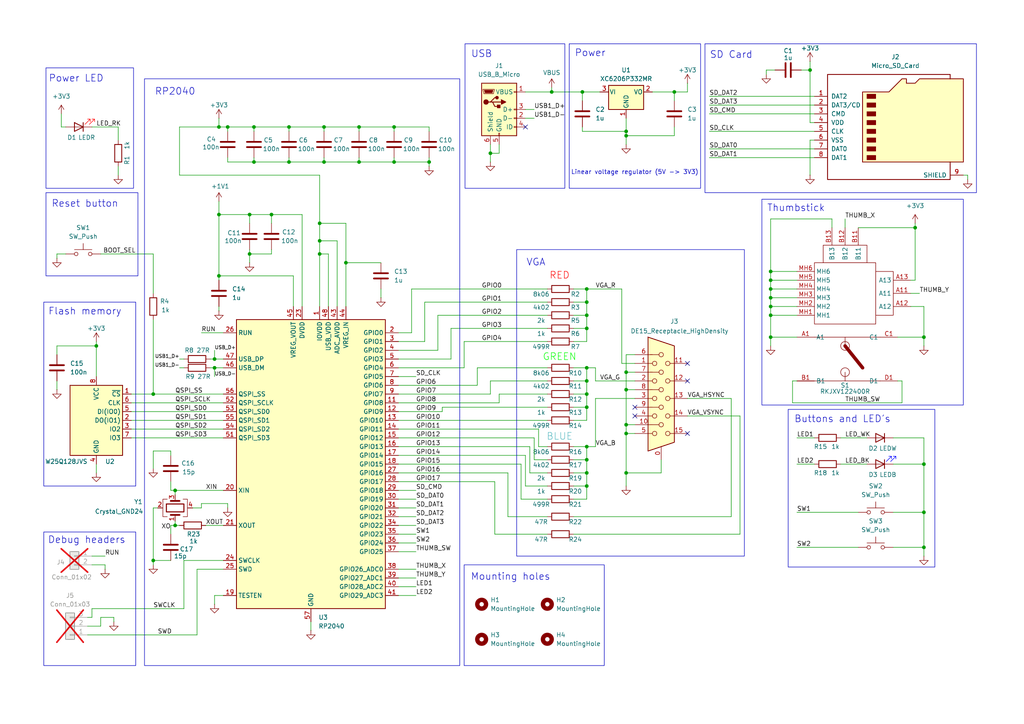
<source format=kicad_sch>
(kicad_sch (version 20231120) (generator "eeschema") (generator_version "8.0")
  (paper "A4")
  (junction (at 267.97 134.62))
  (junction (at 265.43 66.04))
  (junction (at 267.97 148.59))
  (junction (at 170.18 140.97))
  (junction (at 195.58 26.67))
  (junction (at 142.24 44.45))
  (junction (at 44.45 114.3))
  (junction (at 104.14 46.99))
  (junction (at 170.18 114.3))
  (junction (at 27.94 100.33))
  (junction (at 114.3 36.83))
  (junction (at 181.61 137.16))
  (junction (at 92.71 64.77))
  (junction (at 181.61 38.1))
  (junction (at 223.52 91.44))
  (junction (at 170.18 110.49))
  (junction (at 73.66 46.99))
  (junction (at 170.18 106.68))
  (junction (at 234.95 20.32))
  (junction (at 160.02 26.67))
  (junction (at 170.18 83.82))
  (junction (at 63.5 62.23))
  (junction (at 181.61 125.73))
  (junction (at 104.14 36.83))
  (junction (at 114.3 46.99))
  (junction (at 50.8 142.24))
  (junction (at 170.18 118.11))
  (junction (at 92.71 69.85))
  (junction (at 267.97 97.79))
  (junction (at 267.97 158.75))
  (junction (at 223.52 83.82))
  (junction (at 170.18 91.44))
  (junction (at 50.8 152.4))
  (junction (at 223.52 81.28))
  (junction (at 223.52 88.9))
  (junction (at 170.18 129.54))
  (junction (at 66.04 36.83))
  (junction (at 181.61 107.95))
  (junction (at 181.61 39.37))
  (junction (at 62.23 106.68))
  (junction (at 223.52 78.74))
  (junction (at 63.5 36.83))
  (junction (at 92.71 73.66))
  (junction (at 44.45 162.56))
  (junction (at 73.66 36.83))
  (junction (at 168.91 26.67))
  (junction (at 170.18 95.25))
  (junction (at 93.98 46.99))
  (junction (at 78.74 62.23))
  (junction (at 83.82 36.83))
  (junction (at 83.82 46.99))
  (junction (at 63.5 80.01))
  (junction (at 100.33 76.2))
  (junction (at 124.46 46.99))
  (junction (at 72.39 62.23))
  (junction (at 223.52 86.36))
  (junction (at 181.61 113.03))
  (junction (at 223.52 97.79))
  (junction (at 93.98 36.83))
  (junction (at 181.61 123.19))
  (junction (at 72.39 73.66))
  (junction (at 170.18 137.16))
  (junction (at 62.23 104.14))
  (junction (at 170.18 87.63))
  (junction (at 170.18 133.35))
  (no_connect (at 184.15 118.11))
  (no_connect (at 184.15 120.65))
  (no_connect (at 199.39 110.49))
  (no_connect (at 199.39 105.41))
  (no_connect (at 152.4 36.83))
  (no_connect (at 199.39 125.73))
  (wire (pts (xy 166.37 118.11) (xy 170.18 118.11)))
  (wire (pts (xy 34.29 36.83) (xy 34.29 40.64)))
  (wire (pts (xy 166.37 137.16) (xy 170.18 137.16)))
  (wire (pts (xy 231.14 110.49) (xy 229.87 110.49)))
  (wire (pts (xy 170.18 137.16) (xy 170.18 133.35)))
  (wire (pts (xy 234.95 40.64) (xy 236.22 40.64)))
  (wire (pts (xy 83.82 46.99) (xy 83.82 45.72)))
  (wire (pts (xy 115.57 137.16) (xy 147.32 137.16)))
  (wire (pts (xy 259.08 158.75) (xy 267.97 158.75)))
  (wire (pts (xy 115.57 157.48) (xy 120.65 157.48)))
  (wire (pts (xy 93.98 46.99) (xy 93.98 45.72)))
  (wire (pts (xy 152.4 140.97) (xy 158.75 140.97)))
  (wire (pts (xy 85.09 88.9) (xy 85.09 80.01)))
  (wire (pts (xy 195.58 26.67) (xy 199.39 26.67)))
  (wire (pts (xy 92.71 64.77) (xy 92.71 50.8)))
  (wire (pts (xy 231.14 148.59) (xy 248.92 148.59)))
  (wire (pts (xy 44.45 147.32) (xy 44.45 162.56)))
  (wire (pts (xy 115.57 104.14) (xy 130.81 104.14)))
  (wire (pts (xy 153.67 137.16) (xy 158.75 137.16)))
  (wire (pts (xy 142.24 44.45) (xy 142.24 46.99)))
  (wire (pts (xy 100.33 76.2) (xy 110.49 76.2)))
  (wire (pts (xy 144.78 116.84) (xy 144.78 114.3)))
  (wire (pts (xy 170.18 133.35) (xy 170.18 129.54)))
  (wire (pts (xy 115.57 144.78) (xy 120.65 144.78)))
  (wire (pts (xy 49.53 152.4) (xy 50.8 152.4)))
  (wire (pts (xy 168.91 38.1) (xy 181.61 38.1)))
  (wire (pts (xy 59.69 152.4) (xy 64.77 152.4)))
  (wire (pts (xy 55.88 147.32) (xy 58.42 147.32)))
  (wire (pts (xy 92.71 69.85) (xy 92.71 64.77)))
  (wire (pts (xy 72.39 73.66) (xy 78.74 73.66)))
  (wire (pts (xy 66.04 36.83) (xy 66.04 38.1)))
  (wire (pts (xy 83.82 36.83) (xy 83.82 38.1)))
  (wire (pts (xy 64.77 172.72) (xy 62.23 172.72)))
  (wire (pts (xy 114.3 46.99) (xy 124.46 46.99)))
  (wire (pts (xy 222.25 20.32) (xy 224.79 20.32)))
  (wire (pts (xy 115.57 116.84) (xy 144.78 116.84)))
  (wire (pts (xy 166.37 133.35) (xy 170.18 133.35)))
  (wire (pts (xy 170.18 106.68) (xy 170.18 110.49)))
  (wire (pts (xy 114.3 36.83) (xy 124.46 36.83)))
  (wire (pts (xy 156.21 129.54) (xy 156.21 124.46)))
  (wire (pts (xy 115.57 172.72) (xy 120.65 172.72)))
  (wire (pts (xy 104.14 36.83) (xy 114.3 36.83)))
  (wire (pts (xy 184.15 110.49) (xy 172.72 110.49)))
  (wire (pts (xy 87.63 62.23) (xy 78.74 62.23)))
  (wire (pts (xy 62.23 172.72) (xy 62.23 175.26)))
  (wire (pts (xy 100.33 88.9) (xy 100.33 76.2)))
  (wire (pts (xy 181.61 113.03) (xy 184.15 113.03)))
  (wire (pts (xy 241.3 63.5) (xy 223.52 63.5)))
  (wire (pts (xy 267.97 97.79) (xy 267.97 100.33)))
  (wire (pts (xy 38.1 127) (xy 64.77 127)))
  (wire (pts (xy 115.57 170.18) (xy 120.65 170.18)))
  (wire (pts (xy 243.84 127) (xy 251.46 127)))
  (wire (pts (xy 100.33 76.2) (xy 100.33 64.77)))
  (wire (pts (xy 205.74 33.02) (xy 236.22 33.02)))
  (wire (pts (xy 172.72 110.49) (xy 172.72 106.68)))
  (wire (pts (xy 184.15 105.41) (xy 180.34 105.41)))
  (wire (pts (xy 33.02 179.07) (xy 33.02 180.34)))
  (wire (pts (xy 114.3 46.99) (xy 114.3 45.72)))
  (wire (pts (xy 181.61 123.19) (xy 184.15 123.19)))
  (wire (pts (xy 267.97 158.75) (xy 267.97 161.29)))
  (wire (pts (xy 168.91 26.67) (xy 173.99 26.67)))
  (wire (pts (xy 104.14 36.83) (xy 104.14 38.1)))
  (wire (pts (xy 166.37 95.25) (xy 170.18 95.25)))
  (wire (pts (xy 97.79 88.9) (xy 97.79 69.85)))
  (wire (pts (xy 38.1 121.92) (xy 64.77 121.92)))
  (wire (pts (xy 181.61 113.03) (xy 181.61 123.19)))
  (wire (pts (xy 72.39 62.23) (xy 63.5 62.23)))
  (wire (pts (xy 53.34 176.53) (xy 26.67 176.53)))
  (wire (pts (xy 153.67 129.54) (xy 153.67 137.16)))
  (wire (pts (xy 205.74 38.1) (xy 236.22 38.1)))
  (wire (pts (xy 259.08 148.59) (xy 267.97 148.59)))
  (wire (pts (xy 63.5 36.83) (xy 66.04 36.83)))
  (wire (pts (xy 181.61 137.16) (xy 181.61 140.97)))
  (wire (pts (xy 170.18 95.25) (xy 170.18 91.44)))
  (wire (pts (xy 267.97 158.75) (xy 267.97 148.59)))
  (wire (pts (xy 26.67 179.07) (xy 25.4 179.07)))
  (wire (pts (xy 166.37 140.97) (xy 170.18 140.97)))
  (wire (pts (xy 189.23 26.67) (xy 195.58 26.67)))
  (wire (pts (xy 115.57 109.22) (xy 120.65 109.22)))
  (wire (pts (xy 267.97 88.9) (xy 267.97 97.79)))
  (wire (pts (xy 95.25 73.66) (xy 92.71 73.66)))
  (wire (pts (xy 29.21 181.61) (xy 29.21 179.07)))
  (wire (pts (xy 72.39 73.66) (xy 72.39 76.2)))
  (wire (pts (xy 231.14 127) (xy 236.22 127)))
  (wire (pts (xy 170.18 99.06) (xy 170.18 95.25)))
  (wire (pts (xy 73.66 36.83) (xy 73.66 38.1)))
  (wire (pts (xy 151.13 134.62) (xy 151.13 144.78)))
  (wire (pts (xy 72.39 64.77) (xy 72.39 62.23)))
  (wire (pts (xy 27.94 100.33) (xy 27.94 109.22)))
  (wire (pts (xy 95.25 88.9) (xy 95.25 73.66)))
  (wire (pts (xy 38.1 124.46) (xy 64.77 124.46)))
  (wire (pts (xy 248.92 66.04) (xy 265.43 66.04)))
  (wire (pts (xy 168.91 26.67) (xy 168.91 29.21)))
  (wire (pts (xy 66.04 46.99) (xy 73.66 46.99)))
  (wire (pts (xy 115.57 121.92) (xy 158.75 121.92)))
  (wire (pts (xy 223.52 88.9) (xy 223.52 91.44)))
  (wire (pts (xy 151.13 144.78) (xy 158.75 144.78)))
  (wire (pts (xy 115.57 165.1) (xy 120.65 165.1)))
  (wire (pts (xy 261.62 110.49) (xy 261.62 116.84)))
  (wire (pts (xy 160.02 25.4) (xy 160.02 26.67)))
  (wire (pts (xy 29.21 73.66) (xy 44.45 73.66)))
  (wire (pts (xy 115.57 134.62) (xy 151.13 134.62)))
  (wire (pts (xy 143.51 154.94) (xy 158.75 154.94)))
  (wire (pts (xy 119.38 96.52) (xy 119.38 83.82)))
  (wire (pts (xy 205.74 27.94) (xy 236.22 27.94)))
  (wire (pts (xy 143.51 139.7) (xy 143.51 154.94)))
  (wire (pts (xy 223.52 81.28) (xy 223.52 78.74)))
  (wire (pts (xy 170.18 129.54) (xy 172.72 129.54)))
  (wire (pts (xy 156.21 129.54) (xy 158.75 129.54)))
  (wire (pts (xy 260.35 97.79) (xy 267.97 97.79)))
  (wire (pts (xy 231.14 81.28) (xy 223.52 81.28)))
  (wire (pts (xy 166.37 110.49) (xy 170.18 110.49)))
  (wire (pts (xy 52.07 152.4) (xy 50.8 152.4)))
  (wire (pts (xy 223.52 91.44) (xy 223.52 97.79)))
  (wire (pts (xy 115.57 129.54) (xy 153.67 129.54)))
  (wire (pts (xy 166.37 87.63) (xy 170.18 87.63)))
  (wire (pts (xy 181.61 107.95) (xy 184.15 107.95)))
  (wire (pts (xy 231.14 88.9) (xy 223.52 88.9)))
  (wire (pts (xy 170.18 140.97) (xy 170.18 137.16)))
  (wire (pts (xy 49.53 142.24) (xy 50.8 142.24)))
  (wire (pts (xy 78.74 62.23) (xy 72.39 62.23)))
  (wire (pts (xy 115.57 127) (xy 154.94 127)))
  (wire (pts (xy 49.53 152.4) (xy 49.53 154.94)))
  (wire (pts (xy 66.04 46.99) (xy 66.04 45.72)))
  (wire (pts (xy 25.4 181.61) (xy 29.21 181.61)))
  (wire (pts (xy 184.15 115.57) (xy 172.72 115.57)))
  (wire (pts (xy 57.15 184.15) (xy 25.4 184.15)))
  (wire (pts (xy 60.96 106.68) (xy 62.23 106.68)))
  (wire (pts (xy 104.14 46.99) (xy 114.3 46.99)))
  (wire (pts (xy 212.09 149.86) (xy 212.09 115.57)))
  (wire (pts (xy 115.57 132.08) (xy 152.4 132.08)))
  (wire (pts (xy 229.87 110.49) (xy 229.87 116.84)))
  (wire (pts (xy 205.74 30.48) (xy 236.22 30.48)))
  (wire (pts (xy 66.04 146.05) (xy 66.04 147.32)))
  (wire (pts (xy 128.27 118.11) (xy 158.75 118.11)))
  (wire (pts (xy 172.72 115.57) (xy 172.72 129.54)))
  (wire (pts (xy 73.66 46.99) (xy 73.66 45.72)))
  (wire (pts (xy 168.91 38.1) (xy 168.91 36.83)))
  (wire (pts (xy 127 101.6) (xy 127 91.44)))
  (wire (pts (xy 115.57 147.32) (xy 120.65 147.32)))
  (wire (pts (xy 180.34 105.41) (xy 180.34 83.82)))
  (wire (pts (xy 195.58 26.67) (xy 195.58 29.21)))
  (wire (pts (xy 195.58 36.83) (xy 195.58 39.37)))
  (wire (pts (xy 199.39 24.13) (xy 199.39 26.67)))
  (wire (pts (xy 92.71 88.9) (xy 92.71 73.66)))
  (wire (pts (xy 124.46 36.83) (xy 124.46 38.1)))
  (wire (pts (xy 264.16 88.9) (xy 267.97 88.9)))
  (wire (pts (xy 115.57 142.24) (xy 120.65 142.24)))
  (wire (pts (xy 44.45 162.56) (xy 44.45 163.83)))
  (wire (pts (xy 115.57 139.7) (xy 143.51 139.7)))
  (wire (pts (xy 152.4 132.08) (xy 152.4 140.97)))
  (wire (pts (xy 100.33 64.77) (xy 92.71 64.77)))
  (wire (pts (xy 50.8 152.4) (xy 50.8 151.13)))
  (wire (pts (xy 191.77 137.16) (xy 181.61 137.16)))
  (wire (pts (xy 241.3 66.04) (xy 241.3 63.5)))
  (wire (pts (xy 115.57 167.64) (xy 120.65 167.64)))
  (wire (pts (xy 181.61 39.37) (xy 181.61 41.91)))
  (wire (pts (xy 49.53 130.81) (xy 44.45 130.81)))
  (wire (pts (xy 166.37 114.3) (xy 170.18 114.3)))
  (wire (pts (xy 144.78 41.91) (xy 144.78 44.45)))
  (wire (pts (xy 147.32 137.16) (xy 147.32 149.86)))
  (wire (pts (xy 191.77 133.35) (xy 191.77 137.16)))
  (wire (pts (xy 64.77 142.24) (xy 50.8 142.24)))
  (wire (pts (xy 231.14 78.74) (xy 223.52 78.74)))
  (wire (pts (xy 232.41 20.32) (xy 234.95 20.32)))
  (wire (pts (xy 104.14 46.99) (xy 104.14 45.72)))
  (wire (pts (xy 52.07 36.83) (xy 63.5 36.83)))
  (wire (pts (xy 115.57 111.76) (xy 138.43 111.76)))
  (wire (pts (xy 83.82 36.83) (xy 93.98 36.83)))
  (wire (pts (xy 30.48 163.83) (xy 30.48 165.1)))
  (wire (pts (xy 138.43 111.76) (xy 138.43 106.68)))
  (wire (pts (xy 49.53 132.08) (xy 49.53 130.81)))
  (wire (pts (xy 78.74 64.77) (xy 78.74 62.23)))
  (wire (pts (xy 115.57 96.52) (xy 119.38 96.52)))
  (wire (pts (xy 181.61 123.19) (xy 181.61 125.73)))
  (wire (pts (xy 160.02 26.67) (xy 168.91 26.67)))
  (wire (pts (xy 38.1 116.84) (xy 64.77 116.84)))
  (wire (pts (xy 58.42 96.52) (xy 64.77 96.52)))
  (wire (pts (xy 30.48 161.29) (xy 26.67 161.29)))
  (wire (pts (xy 115.57 149.86) (xy 120.65 149.86)))
  (wire (pts (xy 44.45 73.66) (xy 44.45 85.09)))
  (wire (pts (xy 231.14 91.44) (xy 223.52 91.44)))
  (wire (pts (xy 223.52 86.36) (xy 223.52 88.9)))
  (wire (pts (xy 16.51 73.66) (xy 16.51 74.93)))
  (wire (pts (xy 87.63 88.9) (xy 87.63 62.23)))
  (wire (pts (xy 181.61 107.95) (xy 181.61 113.03)))
  (wire (pts (xy 44.45 162.56) (xy 49.53 162.56)))
  (wire (pts (xy 45.72 147.32) (xy 44.45 147.32)))
  (wire (pts (xy 58.42 147.32) (xy 58.42 146.05)))
  (wire (pts (xy 223.52 97.79) (xy 223.52 100.33)))
  (wire (pts (xy 52.07 104.14) (xy 53.34 104.14)))
  (wire (pts (xy 231.14 134.62) (xy 236.22 134.62)))
  (wire (pts (xy 19.05 73.66) (xy 16.51 73.66)))
  (wire (pts (xy 234.95 17.78) (xy 234.95 20.32)))
  (wire (pts (xy 16.51 102.87) (xy 16.51 100.33)))
  (wire (pts (xy 66.04 36.83) (xy 73.66 36.83)))
  (wire (pts (xy 265.43 64.77) (xy 265.43 66.04)))
  (wire (pts (xy 73.66 36.83) (xy 83.82 36.83)))
  (wire (pts (xy 142.24 41.91) (xy 142.24 44.45)))
  (wire (pts (xy 64.77 165.1) (xy 57.15 165.1)))
  (wire (pts (xy 16.51 100.33) (xy 27.94 100.33)))
  (wire (pts (xy 62.23 106.68) (xy 64.77 106.68)))
  (wire (pts (xy 78.74 72.39) (xy 78.74 73.66)))
  (wire (pts (xy 38.1 119.38) (xy 64.77 119.38)))
  (wire (pts (xy 170.18 121.92) (xy 170.18 118.11)))
  (wire (pts (xy 93.98 36.83) (xy 104.14 36.83)))
  (wire (pts (xy 181.61 34.29) (xy 181.61 38.1)))
  (wire (pts (xy 52.07 106.68) (xy 53.34 106.68)))
  (wire (pts (xy 260.35 110.49) (xy 261.62 110.49)))
  (wire (pts (xy 60.96 104.14) (xy 62.23 104.14)))
  (wire (pts (xy 63.5 58.42) (xy 63.5 62.23)))
  (wire (pts (xy 119.38 83.82) (xy 158.75 83.82)))
  (wire (pts (xy 62.23 106.68) (xy 62.23 109.22)))
  (wire (pts (xy 243.84 134.62) (xy 251.46 134.62)))
  (wire (pts (xy 115.57 152.4) (xy 120.65 152.4)))
  (wire (pts (xy 63.5 34.29) (xy 63.5 36.83)))
  (wire (pts (xy 90.17 180.34) (xy 90.17 182.88)))
  (wire (pts (xy 265.43 81.28) (xy 265.43 66.04)))
  (wire (pts (xy 124.46 46.99) (xy 124.46 45.72)))
  (wire (pts (xy 144.78 44.45) (xy 142.24 44.45)))
  (wire (pts (xy 154.94 133.35) (xy 154.94 127)))
  (wire (pts (xy 63.5 88.9) (xy 63.5 90.17)))
  (wire (pts (xy 123.19 99.06) (xy 123.19 87.63)))
  (wire (pts (xy 170.18 91.44) (xy 170.18 87.63)))
  (wire (pts (xy 181.61 125.73) (xy 181.61 137.16)))
  (wire (pts (xy 115.57 114.3) (xy 142.24 114.3)))
  (wire (pts (xy 259.08 134.62) (xy 267.97 134.62)))
  (wire (pts (xy 115.57 124.46) (xy 156.21 124.46)))
  (wire (pts (xy 223.52 83.82) (xy 223.52 86.36)))
  (wire (pts (xy 44.45 114.3) (xy 64.77 114.3)))
  (wire (pts (xy 229.87 116.84) (xy 261.62 116.84)))
  (wire (pts (xy 124.46 46.99) (xy 124.46 48.26)))
  (wire (pts (xy 245.11 63.5) (xy 245.11 66.04)))
  (wire (pts (xy 17.78 33.02) (xy 17.78 36.83)))
  (wire (pts (xy 115.57 119.38) (xy 128.27 119.38)))
  (wire (pts (xy 62.23 101.6) (xy 62.23 104.14)))
  (wire (pts (xy 222.25 20.32) (xy 222.25 21.59)))
  (wire (pts (xy 231.14 86.36) (xy 223.52 86.36)))
  (wire (pts (xy 184.15 102.87) (xy 181.61 102.87)))
  (wire (pts (xy 92.71 73.66) (xy 92.71 69.85)))
  (wire (pts (xy 181.61 38.1) (xy 181.61 39.37)))
  (wire (pts (xy 110.49 83.82) (xy 110.49 86.36)))
  (wire (pts (xy 138.43 106.68) (xy 158.75 106.68)))
  (wire (pts (xy 27.94 134.62) (xy 27.94 137.16)))
  (wire (pts (xy 26.67 36.83) (xy 34.29 36.83)))
  (wire (pts (xy 17.78 36.83) (xy 19.05 36.83)))
  (wire (pts (xy 123.19 87.63) (xy 158.75 87.63)))
  (wire (pts (xy 34.29 48.26) (xy 34.29 50.8)))
  (wire (pts (xy 152.4 31.75) (xy 154.94 31.75)))
  (wire (pts (xy 115.57 106.68) (xy 134.62 106.68)))
  (wire (pts (xy 267.97 127) (xy 267.97 134.62)))
  (wire (pts (xy 231.14 158.75) (xy 248.92 158.75)))
  (wire (pts (xy 115.57 99.06) (xy 123.19 99.06)))
  (wire (pts (xy 264.16 85.09) (xy 266.7 85.09)))
  (wire (pts (xy 181.61 125.73) (xy 184.15 125.73)))
  (wire (pts (xy 205.74 43.18) (xy 236.22 43.18)))
  (wire (pts (xy 115.57 154.94) (xy 120.65 154.94)))
  (wire (pts (xy 166.37 154.94) (xy 214.63 154.94)))
  (wire (pts (xy 115.57 160.02) (xy 120.65 160.02)))
  (wire (pts (xy 154.94 133.35) (xy 158.75 133.35)))
  (wire (pts (xy 29.21 179.07) (xy 33.02 179.07)))
  (wire (pts (xy 63.5 80.01) (xy 85.09 80.01)))
  (wire (pts (xy 166.37 106.68) (xy 170.18 106.68)))
  (wire (pts (xy 142.24 110.49) (xy 158.75 110.49)))
  (wire (pts (xy 93.98 46.99) (xy 104.14 46.99)))
  (wire (pts (xy 166.37 91.44) (xy 170.18 91.44)))
  (wire (pts (xy 127 91.44) (xy 158.75 91.44)))
  (wire (pts (xy 166.37 83.82) (xy 170.18 83.82)))
  (wire (pts (xy 142.24 114.3) (xy 142.24 110.49)))
  (wire (pts (xy 199.39 115.57) (xy 212.09 115.57)))
  (wire (pts (xy 144.78 114.3) (xy 158.75 114.3)))
  (wire (pts (xy 264.16 81.28) (xy 265.43 81.28)))
  (wire (pts (xy 92.71 50.8) (xy 52.07 50.8)))
  (wire (pts (xy 73.66 46.99) (xy 83.82 46.99)))
  (wire (pts (xy 26.67 176.53) (xy 26.67 179.07)))
  (wire (pts (xy 223.52 97.79) (xy 231.14 97.79)))
  (wire (pts (xy 115.57 101.6) (xy 127 101.6)))
  (wire (pts (xy 234.95 40.64) (xy 234.95 50.8)))
  (wire (pts (xy 134.62 99.06) (xy 158.75 99.06)))
  (wire (pts (xy 62.23 104.14) (xy 64.77 104.14)))
  (wire (pts (xy 152.4 34.29) (xy 154.94 34.29)))
  (wire (pts (xy 170.18 83.82) (xy 180.34 83.82)))
  (wire (pts (xy 170.18 87.63) (xy 170.18 83.82)))
  (wire (pts (xy 114.3 36.83) (xy 114.3 38.1)))
  (wire (pts (xy 93.98 36.83) (xy 93.98 38.1)))
  (wire (pts (xy 57.15 165.1) (xy 57.15 184.15)))
  (wire (pts (xy 259.08 127) (xy 267.97 127)))
  (wire (pts (xy 38.1 114.3) (xy 44.45 114.3)))
  (wire (pts (xy 280.67 50.8) (xy 280.67 52.07)))
  (wire (pts (xy 134.62 106.68) (xy 134.62 99.06)))
  (wire (pts (xy 44.45 130.81) (xy 44.45 135.89)))
  (wire (pts (xy 97.79 69.85) (xy 92.71 69.85)))
  (wire (pts (xy 166.37 144.78) (xy 170.18 144.78)))
  (wire (pts (xy 44.45 92.71) (xy 44.45 114.3)))
  (wire (pts (xy 181.61 102.87) (xy 181.61 107.95)))
  (wire (pts (xy 195.58 39.37) (xy 181.61 39.37)))
  (wire (pts (xy 166.37 129.54) (xy 170.18 129.54)))
  (wire (pts (xy 205.74 45.72) (xy 236.22 45.72)))
  (wire (pts (xy 52.07 50.8) (xy 52.07 36.83)))
  (wire (pts (xy 170.18 114.3) (xy 170.18 110.49)))
  (wire (pts (xy 223.52 63.5) (xy 223.52 78.74)))
  (wire (pts (xy 63.5 62.23) (xy 63.5 80.01)))
  (wire (pts (xy 53.34 162.56) (xy 53.34 176.53)))
  (wire (pts (xy 130.81 104.14) (xy 130.81 95.25)))
  (wire (pts (xy 130.81 95.25) (xy 158.75 95.25)))
  (wire (pts (xy 223.52 81.28) (xy 223.52 83.82)))
  (wire (pts (xy 279.4 50.8) (xy 280.67 50.8)))
  (wire (pts (xy 170.18 118.11) (xy 170.18 114.3)))
  (wire (pts (xy 16.51 110.49) (xy 16.51 113.03)))
  (wire (pts (xy 72.39 72.39) (xy 72.39 73.66)))
  (wire (pts (xy 147.32 149.86) (xy 158.75 149.86)))
  (wire (pts (xy 63.5 80.01) (xy 63.5 81.28)))
  (wire (pts (xy 166.37 149.86) (xy 212.09 149.86)))
  (wire (pts (xy 26.67 163.83) (xy 30.48 163.83)))
  (wire (pts (xy 166.37 121.92) (xy 170.18 121.92)))
  (wire (pts (xy 27.94 99.06) (xy 27.94 100.33)))
  (wire (pts (xy 267.97 134.62) (xy 267.97 148.59)))
  (wire (pts (xy 231.14 83.82) (xy 223.52 83.82)))
  (wire (pts (xy 234.95 20.32) (xy 234.95 35.56)))
  (wire (pts (xy 170.18 144.78) (xy 170.18 140.97)))
  (wire (pts (xy 152.4 26.67) (xy 160.02 26.67)))
  (wire (pts (xy 64.77 162.56) (xy 53.34 162.56)))
  (wire (pts (xy 128.27 119.38) (xy 128.27 118.11)))
  (wire (pts (xy 50.8 142.24) (xy 50.8 143.51)))
  (wire (pts (xy 58.42 146.05) (xy 66.04 146.05)))
  (wire (pts (xy 166.37 99.06) (xy 170.18 99.06)))
  (wire (pts (xy 49.53 139.7) (xy 49.53 142.24)))
  (wire (pts (xy 170.18 106.68) (xy 172.72 106.68)))
  (wire (pts (xy 214.63 154.94) (xy 214.63 120.65)))
  (wire (pts (xy 83.82 46.99) (xy 93.98 46.99)))
  (wire (pts (xy 234.95 35.56) (xy 236.22 35.56)))
  (wire (pts (xy 199.39 120.65) (xy 214.63 120.65)))
  (rectangle (start 13.335 19.685) (end 38.735 54.61))
  (rectangle (start 13.335 55.88) (end 40.005 80.01))
  (rectangle (start 149.86 72.39) (end 215.9 161.29))
  (rectangle (start 220.98 57.785) (end 279.4 117.475))
  (rectangle (start 134.874 12.7) (end 163.83 54.61))
  (rectangle (start 228.6 118.745) (end 271.145 164.465))
  (rectangle (start 12.7 154.305) (end 39.37 193.04))
  (rectangle (start 165.1 12.7) (end 203.2 54.61))
  (rectangle (start 12.7 87.63) (end 39.37 140.97))
  (rectangle (start 134.62 163.83) (end 175.26 193.04))
  (rectangle (start 204.47 12.7) (end 283.21 55.88))
  (rectangle (start 41.91 22.86) (end 133.35 193.04))
  (text "GREEN" (at 162.306 103.632 0) (effects (font (size 2 2))))
  (text "Debug headers" (at 25.146 156.718 0) (effects (font (size 2 2))))
  (text "Power" (at 171.196 15.494 0) (effects (font (size 2 2))))
  (text "Reset button" (at 24.638 59.182 0) (effects (font (size 2 2))))
  (text "SD Card" (at 212.09 16.002 0) (effects (font (size 2 2))))
  (text "Power LED" (at 22.098 22.86 0) (effects (font (size 2 2))))
  (text "USB" (at 139.7 15.748 0) (effects (font (size 2 2))))
  (text "BLUE" (at 162.306 126.746 0) (effects (font (size 2 2))))
  (text "Flash memory" (at 24.638 90.424 0) (effects (font (size 2 2))))
  (text "Buttons and LED's" (at 244.348 121.666 0) (effects (font (size 2 2))))
  (text "VGA" (at 155.448 76.2 0) (effects (font (size 2 2))))
  (text "Thumbstick" (at 230.886 60.452 0) (effects (font (size 2 2))))
  (text "Mounting holes" (at 148.082 167.386 0) (effects (font (size 2 2))))
  (text "Linear voltage regulator (5V -> 3V3)" (at 165.608 50.8 0) (effects (font (size 1.27 1.27)) (justify left bottom)))
  (text "RP2040" (at 50.8 26.67 0) (effects (font (size 2 2))))
  (text "RED" (at 162.306 80.01 0) (effects (font (size 2 2))))
  (label "VGA_HSYNC" (at 199.39 115.57 0))
  (label "GPIO14" (at 120.65 132.08 0))
  (label "SWCLK" (at 44.45 176.53 0))
  (label "GPIO16" (at 120.65 137.16 0))
  (label "LED_BK" (at 245.11 134.62 0))
  (label "GPIO6" (at 120.65 111.76 0))
  (label "SD_CMD" (at 205.74 33.02 0))
  (label "SW2" (at 120.65 157.48 0))
  (label "USB1_D-" (at 52.07 106.68 180) (effects (font (size 1 1))))
  (label "SD_DAT1" (at 120.65 147.32 0))
  (label "GPIO4" (at 139.7 99.06 0))
  (label "SD_DAT1" (at 205.74 45.72 0))
  (label "VGA_B" (at 172.72 129.54 0))
  (label "XO" (at 49.53 153.67 180))
  (label "XIN" (at 59.69 142.24 0))
  (label "SWD" (at 45.72 184.15 0))
  (label "SD_DAT2" (at 205.74 27.94 0))
  (label "SD_CLK" (at 205.74 38.1 0))
  (label "LED1" (at 120.65 170.18 0))
  (label "USB1_D+" (at 154.94 31.75 0))
  (label "SD_DAT2" (at 120.65 149.86 0))
  (label "QSPI_SS" (at 50.8 114.3 0))
  (label "SD_DAT3" (at 205.74 30.48 0))
  (label "GPIO8" (at 120.65 116.84 0))
  (label "USB_D+" (at 62.23 101.6 0) (effects (font (size 1 1))))
  (label "GPIO13" (at 120.65 129.54 0))
  (label "LED_WK" (at 245.11 127 0))
  (label "SD_DAT0" (at 205.74 43.18 0))
  (label "USB1_D-" (at 154.94 34.29 0))
  (label "LED1" (at 231.14 127 0))
  (label "SD_CMD" (at 120.65 142.24 0))
  (label "THUMB_X" (at 120.65 165.1 0))
  (label "QSPI_SCLK" (at 50.8 116.84 0))
  (label "GPIO3" (at 139.7 95.25 0))
  (label "GPIO7" (at 120.65 114.3 0))
  (label "GPIO15" (at 120.65 134.62 0))
  (label "VGA_VSYNC" (at 199.39 120.65 0))
  (label "THUMB_Y" (at 120.65 167.64 0))
  (label "GPIO2" (at 139.7 91.44 0))
  (label "GPIO12" (at 120.65 127 0))
  (label "QSPI_SD0" (at 50.8 119.38 0))
  (label "GPIO1" (at 139.7 87.63 0))
  (label "THUMB_SW" (at 245.11 116.84 0))
  (label "GPIO9" (at 120.65 119.38 0))
  (label "LED_RK" (at 27.94 36.83 0))
  (label "USB_D-" (at 62.23 109.22 0) (effects (font (size 1 1))))
  (label "SD_DAT3" (at 120.65 152.4 0))
  (label "GPIO17" (at 120.65 139.7 0))
  (label "VGA_R" (at 172.72 83.82 0))
  (label "SW1" (at 120.65 154.94 0))
  (label "RUN" (at 58.42 96.52 0))
  (label "USB1_D+" (at 52.07 104.14 180) (effects (font (size 1 1))))
  (label "THUMB_SW" (at 120.65 160.02 0))
  (label "QSPI_SD3" (at 50.8 127 0))
  (label "XOUT" (at 59.69 152.4 0))
  (label "GPIO11" (at 120.65 124.46 0))
  (label "SW1" (at 231.14 148.59 0))
  (label "GPIO0" (at 139.7 83.82 0))
  (label "SD_DAT0" (at 120.65 144.78 0))
  (label "GPIO10" (at 120.65 121.92 0))
  (label "BOOT_SEL" (at 39.37 73.66 180))
  (label "THUMB_X" (at 245.11 63.5 0))
  (label "THUMB_Y" (at 266.7 85.09 0))
  (label "LED2" (at 120.65 172.72 0))
  (label "RUN" (at 30.48 161.29 0))
  (label "LED2" (at 231.14 134.62 0))
  (label "QSPI_SD1" (at 50.8 121.92 0))
  (label "VGA_G" (at 173.99 110.49 0))
  (label "SW2" (at 231.14 158.75 0))
  (label "QSPI_SD2" (at 50.8 124.46 0))
  (label "SD_CLK" (at 120.65 109.22 0))
  (symbol (lib_id "power:GND") (at 222.25 21.59 0) (unit 1)
    (property "Reference" "#PWR02" (effects (hide yes)))
    (property "Value" "GND" (effects (hide yes)))
    (property "Description" "Power symbol creates a global label with name \"GND\" , ground" (effects (hide yes)))
  )
  (symbol (lib_id "Device:R") (at 162.56 83.82 270) (unit 1)
    (property "Reference" "R2" (at 166.878 85.344 90))
    (property "Value" "8k06" (at 156.972 85.344 90))
    (property "Footprint" "Resistor_SMD:R_0402_1005Metric" (effects (hide yes)))
    (property "Datasheet" "https://wmsc.lcsc.com/wmsc/upload/file/pdf/v2/lcsc/2304140030_YAGEO-RC0402FR-078K06L_C276278.pdf" (effects (hide yes)))
    (property "Description" "Resistor" (effects (hide yes)))
    (property "LCSC Part #" "C276278" (effects (hide yes)))
  )
  (symbol (lib_id "power:GND") (at 44.45 135.89 0) (unit 1)
    (property "Reference" "#PWR023" (effects (hide yes)))
    (property "Value" "GND" (effects (hide yes)))
    (property "Description" "Power symbol creates a global label with name \"GND\" , ground" (effects (hide yes)))
  )
  (symbol (lib_id "Mechanical:MountingHole") (at 158.75 175.26 0) (unit 1) (exclude_from_sim yes) (in_bom no)
    (property "Reference" "H2" (at 161.29 173.9899 0) (effects (justify left)))
    (property "Value" "MountingHole" (at 161.29 176.5299 0) (effects (justify left)))
    (property "Footprint" "MountingHole:MountingHole_2.2mm_M2" (effects (hide yes)))
    (property "Datasheet" "X" (effects (hide yes)))
    (property "Description" "Mounting Hole without connection" (effects (hide yes)))
    (property "LCSC Part #" "X" (effects (hide yes)))
  )
  (symbol (lib_id "power:GND") (at 44.45 163.83 0) (unit 1)
    (property "Reference" "#PWR028" (effects (hide yes)))
    (property "Value" "GND" (effects (hide yes)))
    (property "Description" "Power symbol creates a global label with name \"GND\" , ground" (effects (hide yes)))
  )
  (symbol (lib_id "power:GND") (at 16.51 113.03 0) (unit 1)
    (property "Reference" "#PWR022" (effects (hide yes)))
    (property "Value" "GND" (effects (hide yes)))
    (property "Description" "Power symbol creates a global label with name \"GND\" , ground" (effects (hide yes)))
  )
  (symbol (lib_id "Device:R") (at 57.15 106.68 90) (unit 1)
    (property "Reference" "R9" (at 55.118 109.22 90))
    (property "Value" "27R" (at 59.182 109.22 90))
    (property "Footprint" "Resistor_SMD:R_0603_1608Metric" (effects (hide yes)))
    (property "Datasheet" "https://wmsc.lcsc.com/wmsc/upload/file/pdf/v2/lcsc/2205311845_UNI-ROYAL-Uniroyal-Elec-0603WAF270JT5E_C25190.pdf" (effects (hide yes)))
    (property "Description" "Resistor" (effects (hide yes)))
    (property "LCSC Part #" "C25190" (effects (hide yes)))
  )
  (symbol (lib_id "Device:C") (at 16.51 106.68 0) (unit 1)
    (property "Reference" "C15" (at 20.32 105.41 0) (effects (justify left)))
    (property "Value" "100n" (at 20.32 107.95 0) (effects (justify left)))
    (property "Footprint" "Capacitor_SMD:C_0402_1005Metric" (effects (hide yes)))
    (property "Datasheet" "https://wmsc.lcsc.com/wmsc/upload/file/pdf/v2/lcsc/2304140030_Samsung-Electro-Mechanics-CL05B104KB54PNC_C307331.pdf" (effects (hide yes)))
    (property "LCSC Part #" "C307331" (effects (hide yes)))
  )
  (symbol (lib_id "Device:R") (at 240.03 134.62 270) (unit 1)
    (property "Reference" "R18" (at 237.998 137.16 90))
    (property "Value" "1k" (at 242.316 137.16 90))
    (property "Footprint" "Resistor_SMD:R_0402_1005Metric" (effects (hide yes)))
    (property "Datasheet" "https://wmsc.lcsc.com/wmsc/upload/file/pdf/v2/lcsc/2206010216_UNI-ROYAL-Uniroyal-Elec-0402WGF1001TCE_C11702.pdf" (effects (hide yes)))
    (property "Description" "Resistor" (effects (hide yes)))
    (property "LCSC Part #" "C11702" (effects (hide yes)))
  )
  (symbol (lib_id "Device:C") (at 110.49 80.01 0) (unit 1)
    (property "Reference" "C13" (at 114.3 78.74 0) (effects (justify left)))
    (property "Value" "1u" (at 114.3 81.28 0) (effects (justify left)))
    (property "Footprint" "Capacitor_SMD:C_0603_1608Metric" (effects (hide yes)))
    (property "Datasheet" "https://wmsc.lcsc.com/wmsc/upload/file/pdf/v2/lcsc/2304140030_Samsung-Electro-Mechanics-CL10A105KB8NNNC_C15849.pdf" (effects (hide yes)))
    (property "LCSC Part #" "C15849" (effects (hide yes)))
    (property "JLCPCB Position Offset" "0,0" (effects (hide yes)))
    (property "JLCPCB Rotation Offset" "0" (effects (hide yes)))
  )
  (symbol (lib_id "Connector_Generic:Conn_01x02") (at 21.59 161.29 0) (mirror y) (unit 1) (in_bom no) (dnp yes)
    (property "Reference" "J4" (at 18.796 163.068 0) (effects (justify left)))
    (property "Value" "Conn_01x02" (at 26.67 167.386 0) (effects (justify left)))
    (property "Footprint" "Connector_PinHeader_1.00mm:PinHeader_1x02_P1.00mm_Vertical" (effects (hide yes)))
    (property "Datasheet" "X" (effects (hide yes)))
    (property "Description" "Generic connector, single row, 01x02, script generated (kicad-library-utils/schlib/autogen/connector/)" (effects (hide yes)))
    (property "LCSC Part #" "X" (effects (hide yes)))
  )
  (symbol (lib_id "Device:R") (at 162.56 129.54 270) (unit 1)
    (property "Reference" "R16" (at 166.878 131.064 90))
    (property "Value" "8k06" (at 156.972 131.064 90))
    (property "Footprint" "Resistor_SMD:R_0402_1005Metric" (effects (hide yes)))
    (property "Datasheet" "https://wmsc.lcsc.com/wmsc/upload/file/pdf/v2/lcsc/2304140030_YAGEO-RC0402FR-078K06L_C276278.pdf" (effects (hide yes)))
    (property "Description" "Resistor" (effects (hide yes)))
    (property "LCSC Part #" "C276278" (effects (hide yes)))
  )
  (symbol (lib_id "power:GND") (at 62.23 175.26 0) (unit 1)
    (property "Reference" "#PWR030" (effects (hide yes)))
    (property "Value" "GND" (effects (hide yes)))
    (property "Description" "Power symbol creates a global label with name \"GND\" , ground" (effects (hide yes)))
  )
  (symbol (lib_id "power:GND") (at 267.97 100.33 0) (unit 1)
    (property "Reference" "#PWR021" (effects (hide yes)))
    (property "Value" "GND" (effects (hide yes)))
    (property "Description" "Power symbol creates a global label with name \"GND\" , ground" (effects (hide yes)))
  )
  (symbol (lib_id "power:GND") (at 16.51 74.93 0) (unit 1)
    (property "Reference" "#PWR015" (effects (hide yes)))
    (property "Value" "GND" (effects (hide yes)))
    (property "Description" "Power symbol creates a global label with name \"GND\" , ground" (effects (hide yes)))
  )
  (symbol (lib_id "Regulator_Linear:XC6206PxxxMR") (at 181.61 26.67 0) (unit 1)
    (property "Reference" "U1" (at 181.61 20.32 0))
    (property "Value" "XC6206P332MR" (at 181.61 22.86 0))
    (property "Footprint" "Package_TO_SOT_SMD:SOT-23-3" (effects (hide yes)))
    (property "Datasheet" "https://www.torexsemi.com/file/xc6206/XC6206.pdf" (effects (hide yes)))
    (property "LCSC Part #" "C5446" (effects (hide yes)))
    (property "JLCPCB Rotation Offset" "0" (effects (hide yes)))
  )
  (symbol (lib_id "Device:R") (at 34.29 44.45 0) (unit 1)
    (property "Reference" "R1" (at 36.83 46.482 90))
    (property "Value" "1k" (at 36.83 42.164 90))
    (property "Footprint" "Resistor_SMD:R_0402_1005Metric" (effects (hide yes)))
    (property "Datasheet" "https://wmsc.lcsc.com/wmsc/upload/file/pdf/v2/lcsc/2206010216_UNI-ROYAL-Uniroyal-Elec-0402WGF1001TCE_C11702.pdf" (effects (hide yes)))
    (property "Description" "Resistor" (effects (hide yes)))
    (property "LCSC Part #" "C11702" (effects (hide yes)))
  )
  (symbol (lib_id "power:+3V3") (at 63.5 34.29 0) (unit 1)
    (property "Reference" "#PWR06" (effects (hide yes)))
    (property "Value" "+3V3" (at 63.5 30.48 0))
  )
  (symbol (lib_id "power:GND") (at 124.46 48.26 0) (unit 1)
    (property "Reference" "#PWR09" (effects (hide yes)))
    (property "Value" "GND" (effects (hide yes)))
    (property "Description" "Power symbol creates a global label with name \"GND\" , ground" (effects (hide yes)))
  )
  (symbol (lib_id "power:+3V3") (at 265.43 64.77 0) (unit 1)
    (property "Reference" "#PWR014" (effects (hide yes)))
    (property "Value" "+3V3" (at 265.43 59.69 0))
    (property "Description" "Power symbol creates a global label with name \"+3V3\"" (effects (hide yes)))
  )
  (symbol (lib_id "power:GND") (at 27.94 137.16 0) (unit 1)
    (property "Reference" "#PWR024" (effects (hide yes)))
    (property "Value" "GND" (effects (hide yes)))
    (property "Description" "Power symbol creates a global label with name \"GND\" , ground" (effects (hide yes)))
  )
  (symbol (lib_id "Device:R") (at 55.88 152.4 90) (unit 1)
    (property "Reference" "R23" (at 56.134 154.94 90))
    (property "Value" "1k" (at 56.134 156.972 90))
    (property "Footprint" "Resistor_SMD:R_0402_1005Metric" (effects (hide yes)))
    (property "Datasheet" "https://wmsc.lcsc.com/wmsc/upload/file/pdf/v2/lcsc/2206010216_UNI-ROYAL-Uniroyal-Elec-0402WGF1001TCE_C11702.pdf" (effects (hide yes)))
    (property "Description" "Resistor" (effects (hide yes)))
    (property "LCSC Part #" "C11702" (effects (hide yes)))
  )
  (symbol (lib_id "Device:R") (at 162.56 106.68 270) (unit 1)
    (property "Reference" "R10" (at 166.878 108.204 90))
    (property "Value" "8k06" (at 156.972 108.204 90))
    (property "Footprint" "Resistor_SMD:R_0402_1005Metric" (effects (hide yes)))
    (property "Datasheet" "https://wmsc.lcsc.com/wmsc/upload/file/pdf/v2/lcsc/2304140030_YAGEO-RC0402FR-078K06L_C276278.pdf" (effects (hide yes)))
    (property "Description" "Resistor" (effects (hide yes)))
    (property "LCSC Part #" "C276278" (effects (hide yes)))
  )
  (symbol (lib_id "power:+3V3") (at 199.39 24.13 0) (unit 1)
    (property "Reference" "#PWR03" (effects (hide yes)))
    (property "Value" "+3V3" (at 199.39 20.32 0))
  )
  (symbol (lib_id "Device:R") (at 44.45 88.9 0) (unit 1)
    (property "Reference" "R4" (at 47.752 87.376 0))
    (property "Value" "1k" (at 48.006 89.916 0))
    (property "Footprint" "Resistor_SMD:R_0402_1005Metric" (effects (hide yes)))
    (property "Datasheet" "https://wmsc.lcsc.com/wmsc/upload/file/pdf/v2/lcsc/2206010216_UNI-ROYAL-Uniroyal-Elec-0402WGF1001TCE_C11702.pdf" (effects (hide yes)))
    (property "Description" "Resistor" (effects (hide yes)))
    (property "LCSC Part #" "C11702" (effects (hide yes)))
  )
  (symbol (lib_id "Device:R") (at 57.15 104.14 90) (unit 1)
    (property "Reference" "R8" (at 54.864 101.6 90))
    (property "Value" "27R" (at 58.928 101.6 90))
    (property "Footprint" "Resistor_SMD:R_0603_1608Metric" (effects (hide yes)))
    (property "Datasheet" "https://wmsc.lcsc.com/wmsc/upload/file/pdf/v2/lcsc/2205311845_UNI-ROYAL-Uniroyal-Elec-0603WAF270JT5E_C25190.pdf" (effects (hide yes)))
    (property "Description" "Resistor" (effects (hide yes)))
    (property "LCSC Part #" "C25190" (effects (hide yes)))
  )
  (symbol (lib_id "Mechanical:MountingHole") (at 139.7 175.26 0) (unit 1) (exclude_from_sim yes) (in_bom no)
    (property "Reference" "H1" (at 142.24 173.9899 0) (effects (justify left)))
    (property "Value" "MountingHole" (at 142.24 176.5299 0) (effects (justify left)))
    (property "Footprint" "MountingHole:MountingHole_2.2mm_M2" (effects (hide yes)))
    (property "Datasheet" "X" (effects (hide yes)))
    (property "Description" "Mounting Hole without connection" (effects (hide yes)))
    (property "LCSC Part #" "X" (effects (hide yes)))
  )
  (symbol (lib_id "Device:R") (at 240.03 127 270) (unit 1)
    (property "Reference" "R15" (at 237.998 129.54 90))
    (property "Value" "1k" (at 242.316 129.54 90))
    (property "Footprint" "Resistor_SMD:R_0402_1005Metric" (effects (hide yes)))
    (property "Datasheet" "https://wmsc.lcsc.com/wmsc/upload/file/pdf/v2/lcsc/2206010216_UNI-ROYAL-Uniroyal-Elec-0402WGF1001TCE_C11702.pdf" (effects (hide yes)))
    (property "Description" "Resistor" (effects (hide yes)))
    (property "LCSC Part #" "C11702" (effects (hide yes)))
  )
  (symbol (lib_id "power:GND") (at 90.17 182.88 0) (unit 1)
    (property "Reference" "#PWR032" (effects (hide yes)))
    (property "Value" "GND" (effects (hide yes)))
    (property "Description" "Power symbol creates a global label with name \"GND\" , ground" (effects (hide yes)))
  )
  (symbol (lib_id "power:+3V3") (at 234.95 17.78 0) (unit 1)
    (property "Reference" "#PWR01" (effects (hide yes)))
    (property "Value" "+3V3" (at 234.95 13.97 0))
  )
  (symbol (lib_id "power:GND") (at 267.97 161.29 0) (unit 1)
    (property "Reference" "#PWR027" (effects (hide yes)))
    (property "Value" "GND" (effects (hide yes)))
    (property "Description" "Power symbol creates a global label with name \"GND\" , ground" (effects (hide yes)))
  )
  (symbol (lib_id "power:GND") (at 33.02 180.34 0) (unit 1)
    (property "Reference" "#PWR031" (effects (hide yes)))
    (property "Value" "GND" (effects (hide yes)))
    (property "Description" "Power symbol creates a global label with name \"GND\" , ground" (effects (hide yes)))
  )
  (symbol (lib_id "Device:C") (at 114.3 41.91 180) (unit 1)
    (property "Reference" "C9" (at 117.094 40.64 0) (effects (justify right)))
    (property "Value" "100n" (at 116.84 43.18 0) (effects (justify right)))
    (property "Footprint" "Capacitor_SMD:C_0402_1005Metric" (effects (hide yes)))
    (property "Datasheet" "https://wmsc.lcsc.com/wmsc/upload/file/pdf/v2/lcsc/2304140030_Samsung-Electro-Mechanics-CL05B104KB54PNC_C307331.pdf" (effects (hide yes)))
    (property "LCSC Part #" "C307331" (effects (hide yes)))
  )
  (symbol (lib_id "Device:C") (at 72.39 68.58 0) (mirror x) (unit 1)
    (property "Reference" "C11" (at 69.85 67.564 0) (effects (justify right)))
    (property "Value" "100n" (at 70.104 69.85 0) (effects (justify right)))
    (property "Footprint" "Capacitor_SMD:C_0402_1005Metric" (effects (hide yes)))
    (property "Datasheet" "https://wmsc.lcsc.com/wmsc/upload/file/pdf/v2/lcsc/2304140030_Samsung-Electro-Mechanics-CL05B104KB54PNC_C307331.pdf" (effects (hide yes)))
    (property "LCSC Part #" "C307331" (effects (hide yes)))
  )
  (symbol (lib_id "Device:R") (at 162.56 121.92 270) (unit 1)
    (property "Reference" "R14" (at 166.878 123.444 90))
    (property "Value" "499R" (at 156.972 123.444 90))
    (property "Footprint" "Resistor_SMD:R_0402_1005Metric" (effects (hide yes)))
    (property "Datasheet" "https://wmsc.lcsc.com/wmsc/upload/file/pdf/v2/lcsc/2206010230_UNI-ROYAL-Uniroyal-Elec-0402WGF4990TCE_C4125.pdf" (effects (hide yes)))
    (property "Description" "Resistor" (effects (hide yes)))
    (property "LCSC Part #" "C4125" (effects (hide yes)))
  )
  (symbol (lib_id "Connector_Generic:Conn_01x03") (at 20.32 181.61 180) (unit 1) (in_bom no) (dnp yes)
    (property "Reference" "J5" (at 20.32 172.72 0))
    (property "Value" "Conn_01x03" (at 20.32 175.26 0))
    (property "Footprint" "Connector_PinHeader_1.00mm:PinHeader_1x03_P1.00mm_Vertical" (effects (hide yes)))
    (property "Datasheet" "X" (effects (hide yes)))
    (property "Description" "Generic connector, single row, 01x03, script generated (kicad-library-utils/schlib/autogen/connector/)" (effects (hide yes)))
    (property "LCSC Part #" "X" (effects (hide yes)))
  )
  (symbol (lib_id "Device:C") (at 195.58 33.02 0) (unit 1)
    (property "Reference" "C3" (at 199.39 31.75 0) (effects (justify left)))
    (property "Value" "1u" (at 199.39 34.29 0) (effects (justify left)))
    (property "Footprint" "Capacitor_SMD:C_0603_1608Metric" (effects (hide yes)))
    (property "Datasheet" "https://wmsc.lcsc.com/wmsc/upload/file/pdf/v2/lcsc/2304140030_Samsung-Electro-Mechanics-CL10A105KB8NNNC_C15849.pdf" (effects (hide yes)))
    (property "LCSC Part #" "C15849" (effects (hide yes)))
    (property "JLCPCB Position Offset" "0,0" (effects (hide yes)))
    (property "JLCPCB Rotation Offset" "0" (effects (hide yes)))
  )
  (symbol (lib_id "Device:C") (at 93.98 41.91 180) (unit 1)
    (property "Reference" "C7" (at 96.774 40.64 0) (effects (justify right)))
    (property "Value" "100n" (at 96.52 43.18 0) (effects (justify right)))
    (property "Footprint" "Capacitor_SMD:C_0402_1005Metric" (effects (hide yes)))
    (property "Datasheet" "https://wmsc.lcsc.com/wmsc/upload/file/pdf/v2/lcsc/2304140030_Samsung-Electro-Mechanics-CL05B104KB54PNC_C307331.pdf" (effects (hide yes)))
    (property "LCSC Part #" "C307331" (effects (hide yes)))
  )
  (symbol (lib_id "Device:C") (at 124.46 41.91 180) (unit 1)
    (property "Reference" "C10" (at 127.254 40.64 0) (effects (justify right)))
    (property "Value" "100n" (at 127 43.18 0) (effects (justify right)))
    (property "Footprint" "Capacitor_SMD:C_0402_1005Metric" (effects (hide yes)))
    (property "Datasheet" "https://wmsc.lcsc.com/wmsc/upload/file/pdf/v2/lcsc/2304140030_Samsung-Electro-Mechanics-CL05B104KB54PNC_C307331.pdf" (effects (hide yes)))
    (property "LCSC Part #" "C307331" (effects (hide yes)))
  )
  (symbol (lib_id "Device:C") (at 66.04 41.91 180) (unit 1)
    (property "Reference" "C4" (at 59.944 40.386 0) (effects (justify right)))
    (property "Value" "100n" (at 58.674 42.672 0) (effects (justify right)))
    (property "Footprint" "Capacitor_SMD:C_0402_1005Metric" (effects (hide yes)))
    (property "Datasheet" "https://wmsc.lcsc.com/wmsc/upload/file/pdf/v2/lcsc/2304140030_Samsung-Electro-Mechanics-CL05B104KB54PNC_C307331.pdf" (effects (hide yes)))
    (property "LCSC Part #" "C307331" (effects (hide yes)))
  )
  (symbol (lib_id "power:GND") (at 181.61 140.97 0) (unit 1)
    (property "Reference" "#PWR025" (effects (hide yes)))
    (property "Value" "GND" (effects (hide yes)))
    (property "Description" "Power symbol creates a global label with name \"GND\" , ground" (effects (hide yes)))
  )
  (symbol (lib_id "power:GND") (at 280.67 52.07 0) (unit 1)
    (property "Reference" "#PWR012" (effects (hide yes)))
    (property "Value" "GND" (effects (hide yes)))
    (property "Description" "Power symbol creates a global label with name \"GND\" , ground" (effects (hide yes)))
  )
  (symbol (lib_id "Switch:SW_Push") (at 254 148.59 0) (unit 1)
    (property "Reference" "SW2" (at 254 140.97 0))
    (property "Value" "SW_Push" (at 254 143.51 0))
    (property "Footprint" "Button_Switch_SMD:SW_Push_1P1T_NO_6x6mm_H9.5mm" (effects (hide yes)))
    (property "Datasheet" "https://wmsc.lcsc.com/wmsc/upload/file/pdf/v2/lcsc/2208101800_BOOMELE-Boom-Precision-Elec-6-0-6-0-6-0_C5127964.pdf" (effects (hide yes)))
    (property "Description" "Push button switch, generic, two pins" (effects (hide yes)))
    (property "LCSC Part #" "C5127964" (effects (hide yes)))
  )
  (symbol (lib_id "Device:C") (at 78.74 68.58 180) (unit 1)
    (property "Reference" "C12" (at 81.788 67.31 0) (effects (justify right)))
    (property "Value" "100n" (at 81.534 69.85 0) (effects (justify right)))
    (property "Footprint" "Capacitor_SMD:C_0402_1005Metric" (effects (hide yes)))
    (property "Datasheet" "https://wmsc.lcsc.com/wmsc/upload/file/pdf/v2/lcsc/2304140030_Samsung-Electro-Mechanics-CL05B104KB54PNC_C307331.pdf" (effects (hide yes)))
    (property "LCSC Part #" "C307331" (effects (hide yes)))
  )
  (symbol (lib_id "Device:R") (at 162.56 154.94 270) (unit 1)
    (property "Reference" "R24" (at 166.878 156.464 90))
    (property "Value" "47R" (at 156.972 156.464 90))
    (property "Footprint" "Resistor_SMD:R_0402_1005Metric" (effects (hide yes)))
    (property "Datasheet" "https://wmsc.lcsc.com/wmsc/upload/file/pdf/v2/lcsc/2205311900_UNI-ROYAL-Uniroyal-Elec-0402WGF470JTCE_C25118.pdf" (effects (hide yes)))
    (property "Description" "Resistor" (effects (hide yes)))
    (property "LCSC Part #" "C25118" (effects (hide yes)))
  )
  (symbol (lib_id "VGAAutumn:RKJXV122400R") (at 245.11 59.69 0) (unit 1)
    (property "Reference" "S1" (at 245.11 111.76 0))
    (property "Value" "RKJXV122400R" (at 245.11 113.538 0))
    (property "Footprint" "VGAutumn:RKJXV122400R" (effects (hide yes)))
    (property "Datasheet" "https://tech.alpsalpine.com/prod/e/html/multicontrol/potentiometer/rkjxk/rkjxv122400r.html" (effects (hide yes)))
    (property "Description" "Multi Control Devices Potentiometer Type ThumbPointer (Stick Controller) RKJXV Series" (effects (hide yes)))
    (property "LCSC Part #" "C146170" (effects (hide yes)))
  )
  (symbol (lib_id "Device:R") (at 162.56 114.3 270) (unit 1)
    (property "Reference" "R12" (at 166.878 115.824 90))
    (property "Value" "2k" (at 156.972 115.824 90))
    (property "Footprint" "Resistor_SMD:R_0402_1005Metric" (effects (hide yes)))
    (property "Datasheet" "https://wmsc.lcsc.com/wmsc/upload/file/pdf/v2/lcsc/2206010230_UNI-ROYAL-Uniroyal-Elec-0402WGF2001TCE_C4109.pdf" (effects (hide yes)))
    (property "Description" "Resistor" (effects (hide yes)))
    (property "LCSC Part #" "C4109" (effects (hide yes)))
  )
  (symbol (lib_id "power:+1V1") (at 63.5 58.42 0) (unit 1)
    (property "Reference" "#PWR013" (effects (hide yes)))
    (property "Value" "+1V1" (at 63.881 54.0258 0))
  )
  (symbol (lib_id "Device:R") (at 162.56 91.44 270) (unit 1)
    (property "Reference" "R5" (at 166.878 92.964 90))
    (property "Value" "2k" (at 156.972 92.964 90))
    (property "Footprint" "Resistor_SMD:R_0402_1005Metric" (effects (hide yes)))
    (property "Datasheet" "https://wmsc.lcsc.com/wmsc/upload/file/pdf/v2/lcsc/2206010230_UNI-ROYAL-Uniroyal-Elec-0402WGF2001TCE_C4109.pdf" (effects (hide yes)))
    (property "Description" "Resistor" (effects (hide yes)))
    (property "LCSC Part #" "C4109" (effects (hide yes)))
  )
  (symbol (lib_id "Device:R") (at 162.56 133.35 270) (unit 1)
    (property "Reference" "R17" (at 166.878 134.874 90))
    (property "Value" "4k02" (at 156.972 134.874 90))
    (property "Footprint" "Resistor_SMD:R_0402_1005Metric" (effects (hide yes)))
    (property "Datasheet" "https://wmsc.lcsc.com/wmsc/upload/file/pdf/v2/lcsc/2206010000_UNI-ROYAL-Uniroyal-Elec-0402WGF4021TCE_C43251.pdf" (effects (hide yes)))
    (property "Description" "Resistor" (effects (hide yes)))
    (property "LCSC Part #" "C43251" (effects (hide yes)))
  )
  (symbol (lib_id "Device:C") (at 168.91 33.02 0) (unit 1)
    (property "Reference" "C2" (at 172.72 31.75 0) (effects (justify left)))
    (property "Value" "1u" (at 172.72 34.29 0) (effects (justify left)))
    (property "Footprint" "Capacitor_SMD:C_0603_1608Metric" (effects (hide yes)))
    (property "Datasheet" "https://wmsc.lcsc.com/wmsc/upload/file/pdf/v2/lcsc/2304140030_Samsung-Electro-Mechanics-CL10A105KB8NNNC_C15849.pdf" (effects (hide yes)))
    (property "LCSC Part #" "C15849" (effects (hide yes)))
    (property "JLCPCB Position Offset" "0,0" (effects (hide yes)))
    (property "JLCPCB Rotation Offset" "0" (effects (hide yes)))
  )
  (symbol (lib_id "Device:C") (at 83.82 41.91 180) (unit 1)
    (property "Reference" "C6" (at 86.614 40.64 0) (effects (justify right)))
    (property "Value" "100n" (at 86.36 43.18 0) (effects (justify right)))
    (property "Footprint" "Capacitor_SMD:C_0402_1005Metric" (effects (hide yes)))
    (property "Datasheet" "https://wmsc.lcsc.com/wmsc/upload/file/pdf/v2/lcsc/2304140030_Samsung-Electro-Mechanics-CL05B104KB54PNC_C307331.pdf" (effects (hide yes)))
    (property "LCSC Part #" "C307331" (effects (hide yes)))
  )
  (symbol (lib_name "LED_1") (lib_id "Device:LED") (at 255.27 127 180) (unit 1)
    (property "Reference" "D2" (at 253.238 130.048 0))
    (property "Value" "LEDW" (at 257.556 130.048 0))
    (property "Footprint" "LED_SMD:LED_0603_1608Metric" (effects (hide yes)))
    (property "Datasheet" "https://wmsc.lcsc.com/wmsc/upload/file/pdf/v2/lcsc/2205171716_Everlight-Elec-19-217-BHC-ZL1M2RY-6T_C2986058.pdf" (effects (hide yes)))
    (property "Description" "Light emitting diode" (effects (hide yes)))
    (property "LCSC Part #" "C2290" (effects (hide yes)))
  )
  (symbol (lib_id "power:GND") (at 30.48 165.1 0) (mirror y) (unit 1)
    (property "Reference" "#PWR029" (effects (hide yes)))
    (property "Value" "GND" (effects (hide yes)))
    (property "Description" "Power symbol creates a global label with name \"GND\" , ground" (effects (hide yes)))
  )
  (symbol (lib_id "power:GND") (at 181.61 41.91 0) (unit 1)
    (property "Reference" "#PWR07" (effects (hide yes)))
    (property "Value" "GND" (effects (hide yes)))
  )
  (symbol (lib_id "Device:R") (at 162.56 144.78 270) (unit 1)
    (property "Reference" "R21" (at 166.878 146.304 90))
    (property "Value" "499R" (at 156.972 146.304 90))
    (property "Footprint" "Resistor_SMD:R_0402_1005Metric" (effects (hide yes)))
    (property "Datasheet" "https://wmsc.lcsc.com/wmsc/upload/file/pdf/v2/lcsc/2206010230_UNI-ROYAL-Uniroyal-Elec-0402WGF4990TCE_C4125.pdf" (effects (hide yes)))
    (property "Description" "Resistor" (effects (hide yes)))
    (property "LCSC Part #" "C4125" (effects (hide yes)))
  )
  (symbol (lib_id "power:VBUS") (at 160.02 25.4 0) (unit 1)
    (property "Reference" "#PWR04" (effects (hide yes)))
    (property "Value" "VBUS" (at 160.02 21.082 0))
    (property "Description" "Power symbol creates a global label with name \"VBUS\"" (effects (hide yes)))
  )
  (symbol (lib_id "Device:R") (at 162.56 99.06 270) (unit 1)
    (property "Reference" "R7" (at 166.878 100.584 90))
    (property "Value" "499R" (at 156.972 100.584 90))
    (property "Footprint" "Resistor_SMD:R_0402_1005Metric" (effects (hide yes)))
    (property "Datasheet" "https://wmsc.lcsc.com/wmsc/upload/file/pdf/v2/lcsc/2206010230_UNI-ROYAL-Uniroyal-Elec-0402WGF4990TCE_C4125.pdf" (effects (hide yes)))
    (property "Description" "Resistor" (effects (hide yes)))
    (property "LCSC Part #" "C4125" (effects (hide yes)))
  )
  (symbol (lib_id "power:GND") (at 66.04 147.32 0) (unit 1)
    (property "Reference" "#PWR026" (effects (hide yes)))
    (property "Value" "GND" (effects (hide yes)))
    (property "Description" "Power symbol creates a global label with name \"GND\" , ground" (effects (hide yes)))
  )
  (symbol (lib_id "power:+3V3") (at 27.94 99.06 0) (unit 1)
    (property "Reference" "#PWR019" (effects (hide yes)))
    (property "Value" "+3V3" (at 27.94 95.25 0))
  )
  (symbol (lib_id "MCU_RaspberryPi:RP2040") (at 90.17 134.62 0) (unit 1)
    (property "Reference" "U3" (at 92.3641 179.07 0) (effects (justify left)))
    (property "Value" "RP2040" (at 92.3641 181.61 0) (effects (justify left)))
    (property "Footprint" "Package_DFN_QFN:QFN-56-1EP_7x7mm_P0.4mm_EP3.2x3.2mm" (effects (hide yes)))
    (property "Datasheet" "https://datasheets.raspberrypi.com/rp2040/rp2040-datasheet.pdf" (effects (hide yes)))
    (property "Description" "A microcontroller by Raspberry Pi" (effects (hide yes)))
    (property "LCSC Part #" "C2040" (effects (hide yes)))
  )
  (symbol (lib_id "power:GND") (at 34.29 50.8 0) (unit 1)
    (property "Reference" "#PWR010" (effects (hide yes)))
    (property "Value" "GND" (effects (hide yes)))
    (property "Description" "Power symbol creates a global label with name \"GND\" , ground" (effects (hide yes)))
  )
  (symbol (lib_id "Connector:DE15_Receptacle_HighDensity_MountingHoles") (at 191.77 115.57 0) (unit 1)
    (property "Reference" "J3" (at 195.58 93.218 0))
    (property "Value" "DE15_Receptacle_HighDensity" (at 197.104 96.012 0))
    (property "Footprint" "VGAutumn:VGA" (effects (hide yes)))
    (property "Datasheet" "https://wmsc.lcsc.com/wmsc/upload/file/pdf/v2/lcsc/1912111437_Ckmtw-Shenzhen-Cankemeng-D-DMRH15PF-E006_C379814.pdf" (effects (hide yes)))
    (property "Description" "15-pin female receptacle socket D-SUB connector, High density (3 columns), Triple Row, Generic, VGA-connector, Mounting Hole" (effects (hide yes)))
    (property "LCSC Part #" "C379814" (effects (hide yes)))
  )
  (symbol (lib_id "power:GND") (at 234.95 50.8 0) (unit 1)
    (property "Reference" "#PWR011" (effects (hide yes)))
    (property "Value" "GND" (effects (hide yes)))
    (property "Description" "Power symbol creates a global label with name \"GND\" , ground" (effects (hide yes)))
  )
  (symbol (lib_id "Switch:SW_Push") (at 254 158.75 0) (unit 1)
    (property "Reference" "SW3" (at 254 151.13 0))
    (property "Value" "SW_Push" (at 254 153.67 0))
    (property "Footprint" "Button_Switch_SMD:SW_Push_1P1T_NO_6x6mm_H9.5mm" (effects (hide yes)))
    (property "Datasheet" "https://wmsc.lcsc.com/wmsc/upload/file/pdf/v2/lcsc/2208101800_BOOMELE-Boom-Precision-Elec-6-0-6-0-6-0_C5127964.pdf" (effects (hide yes)))
    (property "Description" "Push button switch, generic, two pins" (effects (hide yes)))
    (property "LCSC Part #" "C5127964" (effects (hide yes)))
  )
  (symbol (lib_id "power:GND") (at 110.49 86.36 0) (unit 1)
    (property "Reference" "#PWR017" (effects (hide yes)))
    (property "Value" "GND" (effects (hide yes)))
    (property "Description" "Power symbol creates a global label with name \"GND\" , ground" (effects (hide yes)))
  )
  (symbol (lib_id "power:GND") (at 72.39 76.2 0) (unit 1)
    (property "Reference" "#PWR016" (effects (hide yes)))
    (property "Value" "GND" (effects (hide yes)))
    (property "Description" "Power symbol creates a global label with name \"GND\" , ground" (effects (hide yes)))
  )
  (symbol (lib_id "Mechanical:MountingHole") (at 158.75 185.42 0) (unit 1) (exclude_from_sim yes) (in_bom no)
    (property "Reference" "H4" (at 161.29 184.1499 0) (effects (justify left)))
    (property "Value" "MountingHole" (at 161.29 186.6899 0) (effects (justify left)))
    (property "Footprint" "MountingHole:MountingHole_2.2mm_M2" (effects (hide yes)))
    (property "Datasheet" "X" (effects (hide yes)))
    (property "Description" "Mounting Hole without connection" (effects (hide yes)))
    (property "LCSC Part #" "X" (effects (hide yes)))
  )
  (symbol (lib_id "Device:C") (at 49.53 158.75 0) (unit 1)
    (property "Reference" "C17" (at 54.102 159.258 0))
    (property "Value" "15p" (at 52.324 161.29 0))
    (property "Footprint" "Capacitor_SMD:C_0805_2012Metric" (effects (hide yes)))
    (property "Datasheet" "https://wmsc.lcsc.com/wmsc/upload/file/pdf/v2/lcsc/2304140030_YAGEO-CC0805JRNPO9BN150_C107110.pdf" (effects (hide yes)))
    (property "Description" "Unpolarized capacitor" (effects (hide yes)))
    (property "LCSC Part #" "C107110" (effects (hide yes)))
  )
  (symbol (lib_id "Device:C") (at 73.66 41.91 180) (unit 1)
    (property "Reference" "C5" (at 76.454 40.64 0) (effects (justify right)))
    (property "Value" "100n" (at 76.2 43.18 0) (effects (justify right)))
    (property "Footprint" "Capacitor_SMD:C_0402_1005Metric" (effects (hide yes)))
    (property "Datasheet" "https://wmsc.lcsc.com/wmsc/upload/file/pdf/v2/lcsc/2304140030_Samsung-Electro-Mechanics-CL05B104KB54PNC_C307331.pdf" (effects (hide yes)))
    (property "LCSC Part #" "C307331" (effects (hide yes)))
  )
  (symbol (lib_id "Connector:Micro_SD_Card") (at 259.08 35.56 0) (unit 1)
    (property "Reference" "J2" (at 259.715 16.51 0))
    (property "Value" "Micro_SD_Card" (at 259.715 19.05 0))
    (property "Footprint" "VGAutumn:GCT_MEM2075-00-140-01-A" (effects (hide yes)))
    (property "Datasheet" "https://wmsc.lcsc.com/wmsc/upload/file/pdf/v2/lcsc/1912111437_SHOU-HAN-TF-PUSH_C393941.pdf" (effects (hide yes)))
    (property "Description" "Micro SD Card Socket" (effects (hide yes)))
    (property "LCSC Part #" "C393941" (effects (hide yes)))
  )
  (symbol (lib_id "Device:C") (at 63.5 85.09 0) (unit 1)
    (property "Reference" "C14" (at 67.31 83.82 0) (effects (justify left)))
    (property "Value" "1u" (at 67.31 86.36 0) (effects (justify left)))
    (property "Footprint" "Capacitor_SMD:C_0603_1608Metric" (effects (hide yes)))
    (property "Datasheet" "https://wmsc.lcsc.com/wmsc/upload/file/pdf/v2/lcsc/2304140030_Samsung-Electro-Mechanics-CL10A105KB8NNNC_C15849.pdf" (effects (hide yes)))
    (property "LCSC Part #" "C15849" (effects (hide yes)))
    (property "JLCPCB Position Offset" "0,0" (effects (hide yes)))
    (property "JLCPCB Rotation Offset" "0" (effects (hide yes)))
  )
  (symbol (lib_id "Device:R") (at 162.56 110.49 270) (unit 1)
    (property "Reference" "R11" (at 166.878 112.014 90))
    (property "Value" "4k02" (at 156.972 112.014 90))
    (property "Footprint" "Resistor_SMD:R_0402_1005Metric" (effects (hide yes)))
    (property "Datasheet" "https://wmsc.lcsc.com/wmsc/upload/file/pdf/v2/lcsc/2206010000_UNI-ROYAL-Uniroyal-Elec-0402WGF4021TCE_C43251.pdf" (effects (hide yes)))
    (property "Description" "Resistor" (effects (hide yes)))
    (property "LCSC Part #" "C43251" (effects (hide yes)))
  )
  (symbol (lib_id "Device:R") (at 162.56 95.25 270) (unit 1)
    (property "Reference" "R6" (at 166.878 96.774 90))
    (property "Value" "1k" (at 156.972 96.774 90))
    (property "Footprint" "Resistor_SMD:R_0402_1005Metric" (effects (hide yes)))
    (property "Datasheet" "https://wmsc.lcsc.com/wmsc/upload/file/pdf/v2/lcsc/2206010216_UNI-ROYAL-Uniroyal-Elec-0402WGF1001TCE_C11702.pdf" (effects (hide yes)))
    (property "Description" "Resistor" (effects (hide yes)))
    (property "LCSC Part #" "C11702" (effects (hide yes)))
  )
  (symbol (lib_id "power:GND") (at 223.52 100.33 0) (unit 1)
    (property "Reference" "#PWR020" (effects (hide yes)))
    (property "Value" "GND" (effects (hide yes)))
    (property "Description" "Power symbol creates a global label with name \"GND\" , ground" (effects (hide yes)))
  )
  (symbol (lib_id "power:+3V3") (at 17.78 33.02 0) (unit 1)
    (property "Reference" "#PWR05" (effects (hide yes)))
    (property "Value" "+3V3" (at 17.78 27.94 0))
    (property "Description" "Power symbol creates a global label with name \"+3V3\"" (effects (hide yes)))
  )
  (symbol (lib_id "Mechanical:MountingHole") (at 139.7 185.42 0) (unit 1) (exclude_from_sim yes) (in_bom no)
    (property "Reference" "H3" (at 142.24 184.1499 0) (effects (justify left)))
    (property "Value" "MountingHole" (at 142.24 186.6899 0) (effects (justify left)))
    (property "Footprint" "MountingHole:MountingHole_2.2mm_M2" (effects (hide yes)))
    (property "Datasheet" "X" (effects (hide yes)))
    (property "Description" "Mounting Hole without connection" (effects (hide yes)))
    (property "LCSC Part #" "X" (effects (hide yes)))
  )
  (symbol (lib_id "Device:R") (at 162.56 87.63 270) (unit 1)
    (property "Reference" "R3" (at 166.878 89.154 90))
    (property "Value" "4k02" (at 156.972 89.154 90))
    (property "Footprint" "Resistor_SMD:R_0402_1005Metric" (effects (hide yes)))
    (property "Datasheet" "https://wmsc.lcsc.com/wmsc/upload/file/pdf/v2/lcsc/2206010000_UNI-ROYAL-Uniroyal-Elec-0402WGF4021TCE_C43251.pdf" (effects (hide yes)))
    (property "Description" "Resistor" (effects (hide yes)))
    (property "LCSC Part #" "C43251" (effects (hide yes)))
  )
  (symbol (lib_id "Device:R") (at 162.56 137.16 270) (unit 1)
    (property "Reference" "R19" (at 166.878 138.684 90))
    (property "Value" "2k" (at 156.972 138.684 90))
    (property "Footprint" "Resistor_SMD:R_0402_1005Metric" (effects (hide yes)))
    (property "Datasheet" "https://wmsc.lcsc.com/wmsc/upload/file/pdf/v2/lcsc/2206010230_UNI-ROYAL-Uniroyal-Elec-0402WGF2001TCE_C4109.pdf" (effects (hide yes)))
    (property "Description" "Resistor" (effects (hide yes)))
    (property "LCSC Part #" "C4109" (effects (hide yes)))
  )
  (symbol (lib_id "Device:Crystal_GND24") (at 50.8 147.32 90) (unit 1)
    (property "Reference" "Y1" (at 40.132 145.542 90))
    (property "Value" "Crystal_GND24" (at 34.544 148.336 90))
    (property "Footprint" "Crystal:Crystal_SMD_SeikoEpson_FA238-4Pin_3.2x2.5mm" (effects (hide yes)))
    (property "Datasheet" "https://wmsc.lcsc.com/wmsc/upload/file/pdf/v2/lcsc/2403291504_YXC-X322512MSB4SI_C9002.pdf" (effects (hide yes)))
    (property "Description" "Four pin crystal, GND on pins 2 and 4" (effects (hide yes)))
    (property "LCSC Part #" "C9002" (effects (hide yes)))
  )
  (symbol (lib_id "Device:C") (at 104.14 41.91 180) (unit 1)
    (property "Reference" "C8" (at 106.934 40.64 0) (effects (justify right)))
    (property "Value" "100n" (at 106.68 43.18 0) (effects (justify right)))
    (property "Footprint" "Capacitor_SMD:C_0402_1005Metric" (effects (hide yes)))
    (property "Datasheet" "https://wmsc.lcsc.com/wmsc/upload/file/pdf/v2/lcsc/2304140030_Samsung-Electro-Mechanics-CL05B104KB54PNC_C307331.pdf" (effects (hide yes)))
    (property "LCSC Part #" "C307331" (effects (hide yes)))
  )
  (symbol (lib_name "LED_2") (lib_id "Device:LED") (at 22.86 36.83 180) (unit 1)
    (property "Reference" "D1" (at 20.828 39.878 0))
    (property "Value" "LEDR" (at 25.146 39.878 0))
    (property "Footprint" "LED_SMD:LED_0603_1608Metric" (effects (hide yes)))
    (property "Datasheet" "https://wmsc.lcsc.com/wmsc/upload/file/pdf/v2/lcsc/1810231112_Hubei-KENTO-Elec-KT-0603R_C2286.pdf" (effects (hide yes)))
    (property "Description" "Light emitting diode" (effects (hide yes)))
    (property "LCSC Part #" "C2286" (effects (hide yes)))
  )
  (symbol (lib_id "Device:LED") (at 255.27 134.62 180) (unit 1)
    (property "Reference" "D3" (at 253.238 137.668 0))
    (property "Value" "LEDB" (at 257.556 137.668 0))
    (property "Footprint" "LED_SMD:LED_0603_1608Metric" (effects (hide yes)))
    (property "Datasheet" "https://wmsc.lcsc.com/wmsc/upload/file/pdf/v2/lcsc/2205171716_Everlight-Elec-19-217-BHC-ZL1M2RY-6T_C2986058.pdf" (effects (hide yes)))
    (property "Description" "Light emitting diode" (effects (hide yes)))
    (property "LCSC Part #" "C2986058" (effects (hide yes)))
  )
  (symbol (lib_id "Connector:USB_B_Micro") (at 144.78 31.75 0) (unit 1)
    (property "Reference" "J1" (at 144.78 19.05 0))
    (property "Value" "USB_B_Micro" (at 144.78 21.59 0))
    (property "Footprint" "Connector_USB:USB_Micro-B_XKB_U254-051T-4BH83-F1S" (effects (hide yes)))
    (property "Datasheet" "https://wmsc.lcsc.com/wmsc/upload/file/pdf/v2/lcsc/1912111437_SHOU-HAN-MICRO5-9mmusb_C393940.pdf" (effects (hide yes)))
    (property "Description" "USB Micro Type B connector" (effects (hide yes)))
    (property "LCSC Part #" "C393940" (effects (hide yes)))
  )
  (symbol (lib_id "power:GND") (at 63.5 90.17 0) (unit 1)
    (property "Reference" "#PWR018" (effects (hide yes)))
    (property "Value" "GND" (effects (hide yes)))
    (property "Description" "Power symbol creates a global label with name \"GND\" , ground" (effects (hide yes)))
  )
  (symbol (lib_id "power:GND") (at 142.24 46.99 0) (unit 1)
    (property "Reference" "#PWR08" (effects (hide yes)))
    (property "Value" "GND" (effects (hide yes)))
    (property "Description" "Power symbol creates a global label with name \"GND\" , ground" (effects (hide yes)))
  )
  (symbol (lib_id "Device:R") (at 162.56 149.86 270) (unit 1)
    (property "Reference" "R22" (at 166.878 151.384 90))
    (property "Value" "47R" (at 156.972 151.384 90))
    (property "Footprint" "Resistor_SMD:R_0402_1005Metric" (effects (hide yes)))
    (property "Datasheet" "https://wmsc.lcsc.com/wmsc/upload/file/pdf/v2/lcsc/2205311900_UNI-ROYAL-Uniroyal-Elec-0402WGF470JTCE_C25118.pdf" (effects (hide yes)))
    (property "Description" "Resistor" (effects (hide yes)))
    (property "LCSC Part #" "C25118" (effects (hide yes)))
  )
  (symbol (lib_id "Device:R") (at 162.56 118.11 270) (unit 1)
    (property "Reference" "R13" (at 166.878 119.634 90))
    (property "Value" "1k" (at 156.972 119.634 90))
    (property "Footprint" "Resistor_SMD:R_0402_1005Metric" (effects (hide yes)))
    (property "Datasheet" "https://wmsc.lcsc.com/wmsc/upload/file/pdf/v2/lcsc/2206010216_UNI-ROYAL-Uniroyal-Elec-0402WGF1001TCE_C11702.pdf" (effects (hide yes)))
    (property "Description" "Resistor" (effects (hide yes)))
    (property "LCSC Part #" "C11702" (effects (hide yes)))
  )
  (symbol (lib_id "Device:C") (at 49.53 135.89 180) (unit 1)
    (property "Reference" "C16" (at 52.578 134.366 0) (effects (justify right)))
    (property "Value" "15p" (at 52.832 136.906 0) (effects (justify right)))
    (property "Footprint" "Capacitor_SMD:C_0805_2012Metric" (effects (hide yes)))
    (property "Datasheet" "https://wmsc.lcsc.com/wmsc/upload/file/pdf/v2/lcsc/2304140030_YAGEO-CC0805JRNPO9BN150_C107110.pdf" (effects (hide yes)))
    (property "Description" "Unpolarized capacitor" (effects (hide yes)))
    (property "LCSC Part #" "C107110" (effects (hide yes)))
  )
  (symbol (lib_id "Switch:SW_Push") (at 24.13 73.66 0) (unit 1)
    (property "Reference" "SW1" (at 24.13 66.04 0))
    (property "Value" "SW_Push" (at 24.13 68.58 0))
    (property "Footprint" "Button_Switch_SMD:SW_Push_1P1T_NO_6x6mm_H9.5mm" (effects (hide yes)))
    (property "Datasheet" "https://wmsc.lcsc.com/wmsc/upload/file/pdf/v2/lcsc/2208101800_BOOMELE-Boom-Precision-Elec-6-0-6-0-6-0_C5127964.pdf" (effects (hide yes)))
    (property "Description" "Push button switch, generic, two pins" (effects (hide yes)))
    (property "LCSC Part #" "C5127964" (effects (hide yes)))
  )
  (symbol (lib_id "Device:C") (at 228.6 20.32 90) (unit 1)
    (property "Reference" "C1" (at 228.6 14.732 90))
    (property "Value" "1u" (at 228.6 16.764 90))
    (property "Footprint" "Capacitor_SMD:C_0603_1608Metric" (effects (hide yes)))
    (property "Datasheet" "https://wmsc.lcsc.com/wmsc/upload/file/pdf/v2/lcsc/2304140030_Samsung-Electro-Mechanics-CL10A105KB8NNNC_C15849.pdf" (effects (hide yes)))
    (property "LCSC Part #" "C15849" (effects (hide yes)))
    (property "JLCPCB Position Offset" "0,0" (effects (hide yes)))
    (property "JLCPCB Rotation Offset" "0" (effects (hide yes)))
  )
  (symbol (lib_id "Device:R") (at 162.56 140.97 270) (unit 1)
    (property "Reference" "R20" (at 166.878 142.494 90))
    (property "Value" "1k" (at 156.972 142.494 90))
    (property "Footprint" "Resistor_SMD:R_0402_1005Metric" (effects (hide yes)))
    (property "Datasheet" "https://wmsc.lcsc.com/wmsc/upload/file/pdf/v2/lcsc/2206010216_UNI-ROYAL-Uniroyal-Elec-0402WGF1001TCE_C11702.pdf" (effects (hide yes)))
    (property "Description" "Resistor" (effects (hide yes)))
    (property "LCSC Part #" "C11702" (effects (hide yes)))
  )
  (symbol (lib_id "Memory_Flash:W25Q128JVS") (at 27.94 121.92 0) (mirror y) (unit 1)
    (property "Reference" "U2" (at 33.274 133.858 0) (effects (justify left)))
    (property "Value" "W25Q128JVS" (at 25.4 133.858 0) (effects (justify left)))
    (property "Footprint" "Package_SO:SOIC-8_5.23x5.23mm_P1.27mm" (effects (hide yes)))
    (property "Datasheet" "http://www.winbond.com/resource-files/w25q128jv_dtr%20revc%2003272018%20plus.pdf" (effects (hide yes)))
    (property "Description" "128Mb Serial Flash Memory, Standard/Dual/Quad SPI, SOIC-8" (effects (hide yes)))
    (property "LCSC Part #" "C97521" (effects (hide yes)))
  )
)
</source>
